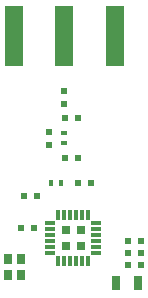
<source format=gbr>
G04 #@! TF.GenerationSoftware,KiCad,Pcbnew,(5.0.1)-3*
G04 #@! TF.CreationDate,2019-04-14T21:22:41-05:00*
G04 #@! TF.ProjectId,transceiver,7472616E736365697665722E6B696361,rev?*
G04 #@! TF.SameCoordinates,Original*
G04 #@! TF.FileFunction,Paste,Top*
G04 #@! TF.FilePolarity,Positive*
%FSLAX46Y46*%
G04 Gerber Fmt 4.6, Leading zero omitted, Abs format (unit mm)*
G04 Created by KiCad (PCBNEW (5.0.1)-3) date 4/14/2019 21:22:41*
%MOMM*%
%LPD*%
G01*
G04 APERTURE LIST*
%ADD10R,0.600000X0.500000*%
%ADD11R,0.780000X0.780000*%
%ADD12R,0.300000X0.850000*%
%ADD13R,0.850000X0.300000*%
%ADD14R,0.500000X0.600000*%
%ADD15R,0.800000X0.900000*%
%ADD16R,1.500000X5.080000*%
%ADD17R,0.400000X0.600000*%
%ADD18R,0.600000X0.400000*%
%ADD19R,0.700000X1.300000*%
G04 APERTURE END LIST*
D10*
G04 #@! TO.C,C6*
X143670000Y-83450000D03*
X144770000Y-83450000D03*
G04 #@! TD*
D11*
G04 #@! TO.C,U1*
X138400000Y-82500000D03*
X138400000Y-83800000D03*
X139700000Y-82500000D03*
X139700000Y-83800000D03*
D12*
X137800000Y-81200000D03*
X138300000Y-81200000D03*
X138800000Y-81200000D03*
X139300000Y-81200000D03*
X139800000Y-81200000D03*
X140300000Y-81200000D03*
D13*
X141000000Y-81900000D03*
X141000000Y-82400000D03*
X141000000Y-82900000D03*
X141000000Y-83400000D03*
X141000000Y-83900000D03*
X141000000Y-84400000D03*
D12*
X140300000Y-85100000D03*
X139800000Y-85100000D03*
X139300000Y-85100000D03*
X138800000Y-85100000D03*
X138300000Y-85100000D03*
X137800000Y-85100000D03*
D13*
X137100000Y-84400000D03*
X137100000Y-83900000D03*
X137100000Y-83400000D03*
X137100000Y-82900000D03*
X137100000Y-82400000D03*
X137100000Y-81900000D03*
G04 #@! TD*
D10*
G04 #@! TO.C,C1*
X135750000Y-82300000D03*
X134650000Y-82300000D03*
G04 #@! TD*
G04 #@! TO.C,C2*
X134850000Y-79600000D03*
X135950000Y-79600000D03*
G04 #@! TD*
G04 #@! TO.C,C4*
X144770000Y-85430000D03*
X143670000Y-85430000D03*
G04 #@! TD*
G04 #@! TO.C,C5*
X140550000Y-78500000D03*
X139450000Y-78500000D03*
G04 #@! TD*
G04 #@! TO.C,C7*
X139450000Y-76400000D03*
X138350000Y-76400000D03*
G04 #@! TD*
D14*
G04 #@! TO.C,C8*
X137000000Y-74150000D03*
X137000000Y-75250000D03*
G04 #@! TD*
G04 #@! TO.C,C10*
X138300000Y-71850000D03*
X138300000Y-70750000D03*
G04 #@! TD*
D10*
G04 #@! TO.C,C9*
X138350000Y-73000000D03*
X139450000Y-73000000D03*
G04 #@! TD*
G04 #@! TO.C,C3*
X144770000Y-84440000D03*
X143670000Y-84440000D03*
G04 #@! TD*
D15*
G04 #@! TO.C,Y1*
X133550000Y-86325000D03*
X133550000Y-84925000D03*
X134650000Y-84925000D03*
X134650000Y-86325000D03*
G04 #@! TD*
D16*
G04 #@! TO.C,J1*
X142550000Y-66100000D03*
X134050000Y-66100000D03*
X138300000Y-66100000D03*
G04 #@! TD*
D17*
G04 #@! TO.C,L2*
X138050000Y-78475000D03*
X137150000Y-78475000D03*
G04 #@! TD*
D18*
G04 #@! TO.C,L3*
X138300000Y-74250000D03*
X138300000Y-75150000D03*
G04 #@! TD*
D19*
G04 #@! TO.C,L1*
X142660000Y-86990000D03*
X144560000Y-86990000D03*
G04 #@! TD*
M02*

</source>
